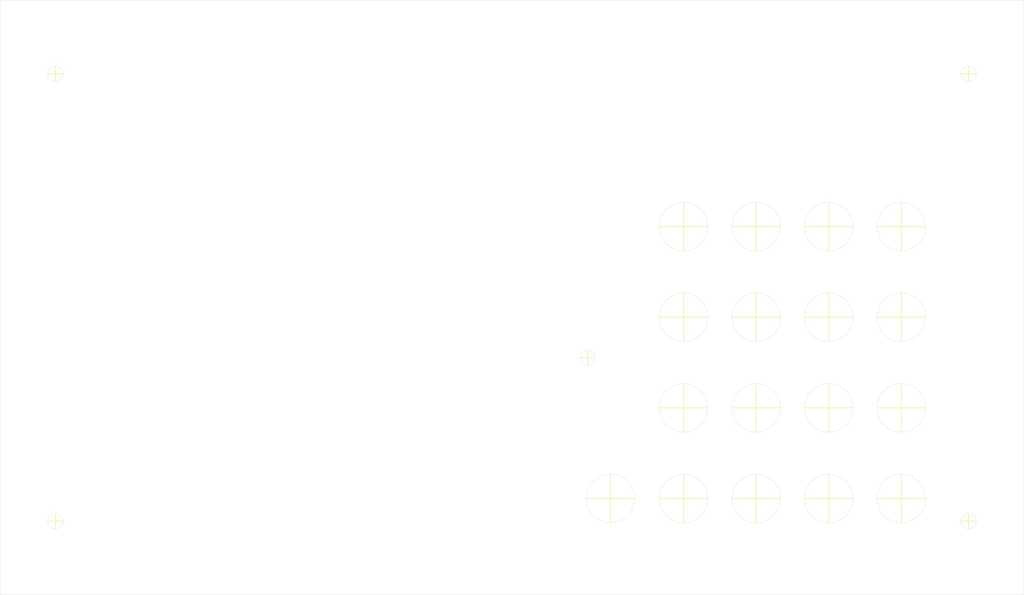
<source format=kicad_pcb>
(kicad_pcb (version 20171130) (host pcbnew "(6.0.0-rc1-dev-1497-g419718b59)")

  (general
    (thickness 1.6)
    (drawings 70)
    (tracks 0)
    (zones 0)
    (modules 0)
    (nets 1)
  )

  (page A4)
  (layers
    (0 F.Cu signal)
    (31 B.Cu signal)
    (32 B.Adhes user hide)
    (33 F.Adhes user hide)
    (34 B.Paste user hide)
    (35 F.Paste user hide)
    (36 B.SilkS user)
    (37 F.SilkS user)
    (38 B.Mask user)
    (39 F.Mask user)
    (40 Dwgs.User user hide)
    (41 Cmts.User user hide)
    (42 Eco1.User user hide)
    (43 Eco2.User user hide)
    (44 Edge.Cuts user)
    (45 Margin user hide)
    (46 B.CrtYd user)
    (47 F.CrtYd user)
    (48 B.Fab user)
    (49 F.Fab user)
  )

  (setup
    (last_trace_width 0.4)
    (user_trace_width 0.5)
    (user_trace_width 1)
    (trace_clearance 0.2)
    (zone_clearance 0.508)
    (zone_45_only no)
    (trace_min 0.2)
    (via_size 0.8)
    (via_drill 0.4)
    (via_min_size 0.4)
    (via_min_drill 0.3)
    (user_via 1 0.6)
    (user_via 1.4 0.8)
    (uvia_size 0.3)
    (uvia_drill 0.1)
    (uvias_allowed no)
    (uvia_min_size 0.2)
    (uvia_min_drill 0.1)
    (edge_width 0.05)
    (segment_width 0.2)
    (pcb_text_width 0.3)
    (pcb_text_size 1.5 1.5)
    (mod_edge_width 0.12)
    (mod_text_size 1 1)
    (mod_text_width 0.15)
    (pad_size 1.524 1.524)
    (pad_drill 0.762)
    (pad_to_mask_clearance 0.051)
    (solder_mask_min_width 0.25)
    (aux_axis_origin 0 0)
    (visible_elements 7FFFFFFF)
    (pcbplotparams
      (layerselection 0x010f0_ffffffff)
      (usegerberextensions false)
      (usegerberattributes false)
      (usegerberadvancedattributes false)
      (creategerberjobfile false)
      (excludeedgelayer true)
      (linewidth 0.100000)
      (plotframeref false)
      (viasonmask false)
      (mode 1)
      (useauxorigin false)
      (hpglpennumber 1)
      (hpglpenspeed 20)
      (hpglpendiameter 15.000000)
      (psnegative false)
      (psa4output false)
      (plotreference true)
      (plotvalue true)
      (plotinvisibletext false)
      (padsonsilk false)
      (subtractmaskfromsilk false)
      (outputformat 1)
      (mirror false)
      (drillshape 0)
      (scaleselection 1)
      (outputdirectory "gerber/"))
  )

  (net 0 "")

  (net_class Default "Dies ist die voreingestellte Netzklasse."
    (clearance 0.2)
    (trace_width 0.4)
    (via_dia 0.8)
    (via_drill 0.4)
    (uvia_dia 0.3)
    (uvia_drill 0.1)
  )

  (gr_line (start 36.645 34.02) (end 251.645 34.02) (layer Edge.Cuts) (width 0.05))
  (gr_line (start 251.645 34.02) (end 251.645 159.02) (layer Edge.Cuts) (width 0.05))
  (gr_line (start 251.645 159.02) (end 36.645 159.02) (layer Edge.Cuts) (width 0.05))
  (gr_line (start 36.645 159.02) (end 36.645 34.02) (layer Edge.Cuts) (width 0.05))
  (gr_circle (center 225.893 138.771) (end 230.993 138.771) (layer Edge.Cuts) (width 0.05))
  (gr_line (start 220.793 138.771) (end 230.993 138.771) (layer F.SilkS) (width 0.15))
  (gr_line (start 225.893 133.671) (end 225.893 143.871) (layer F.SilkS) (width 0.15))
  (gr_circle (center 210.653 138.771) (end 215.753 138.771) (layer Edge.Cuts) (width 0.05))
  (gr_line (start 205.553 138.771) (end 215.753 138.771) (layer F.SilkS) (width 0.15))
  (gr_line (start 210.653 133.671) (end 210.653 143.871) (layer F.SilkS) (width 0.15))
  (gr_circle (center 195.413 138.771) (end 200.513 138.771) (layer Edge.Cuts) (width 0.05))
  (gr_line (start 190.313 138.771) (end 200.513 138.771) (layer F.SilkS) (width 0.15))
  (gr_line (start 195.413 133.671) (end 195.413 143.871) (layer F.SilkS) (width 0.15))
  (gr_circle (center 180.173 138.771) (end 185.273 138.771) (layer Edge.Cuts) (width 0.05))
  (gr_line (start 175.073 138.771) (end 185.273 138.771) (layer F.SilkS) (width 0.15))
  (gr_line (start 180.173 133.671) (end 180.173 143.871) (layer F.SilkS) (width 0.15))
  (gr_circle (center 164.806 138.771) (end 169.906 138.771) (layer Edge.Cuts) (width 0.05))
  (gr_line (start 159.706 138.771) (end 169.906 138.771) (layer F.SilkS) (width 0.15))
  (gr_line (start 164.806 133.671) (end 164.806 143.871) (layer F.SilkS) (width 0.15))
  (gr_circle (center 225.893 119.721) (end 230.993 119.721) (layer Edge.Cuts) (width 0.05))
  (gr_line (start 220.793 119.721) (end 230.993 119.721) (layer F.SilkS) (width 0.15))
  (gr_line (start 225.893 114.621) (end 225.893 124.821) (layer F.SilkS) (width 0.15))
  (gr_circle (center 210.653 119.721) (end 215.753 119.721) (layer Edge.Cuts) (width 0.05))
  (gr_line (start 205.553 119.721) (end 215.753 119.721) (layer F.SilkS) (width 0.15))
  (gr_line (start 210.653 114.621) (end 210.653 124.821) (layer F.SilkS) (width 0.15))
  (gr_circle (center 195.413 119.721) (end 200.513 119.721) (layer Edge.Cuts) (width 0.05))
  (gr_line (start 190.313 119.721) (end 200.513 119.721) (layer F.SilkS) (width 0.15))
  (gr_line (start 195.413 114.621) (end 195.413 124.821) (layer F.SilkS) (width 0.15))
  (gr_circle (center 180.173 119.721) (end 185.273 119.721) (layer Edge.Cuts) (width 0.05))
  (gr_line (start 175.073 119.721) (end 185.273 119.721) (layer F.SilkS) (width 0.15))
  (gr_line (start 180.173 114.621) (end 180.173 124.821) (layer F.SilkS) (width 0.15))
  (gr_circle (center 225.893 100.671) (end 230.993 100.671) (layer Edge.Cuts) (width 0.05))
  (gr_line (start 220.793 100.671) (end 230.993 100.671) (layer F.SilkS) (width 0.15))
  (gr_line (start 225.893 95.571) (end 225.893 105.771) (layer F.SilkS) (width 0.15))
  (gr_circle (center 210.653 100.671) (end 215.753 100.671) (layer Edge.Cuts) (width 0.05))
  (gr_line (start 205.553 100.671) (end 215.753 100.671) (layer F.SilkS) (width 0.15))
  (gr_line (start 210.653 95.571) (end 210.653 105.771) (layer F.SilkS) (width 0.15))
  (gr_circle (center 195.413 100.671) (end 200.513 100.671) (layer Edge.Cuts) (width 0.05))
  (gr_line (start 190.313 100.671) (end 200.513 100.671) (layer F.SilkS) (width 0.15))
  (gr_line (start 195.413 95.571) (end 195.413 105.771) (layer F.SilkS) (width 0.15))
  (gr_circle (center 180.173 100.671) (end 185.273 100.671) (layer Edge.Cuts) (width 0.05))
  (gr_line (start 175.073 100.671) (end 185.273 100.671) (layer F.SilkS) (width 0.15))
  (gr_line (start 180.173 95.571) (end 180.173 105.771) (layer F.SilkS) (width 0.15))
  (gr_circle (center 225.893 81.621) (end 230.993 81.621) (layer Edge.Cuts) (width 0.05))
  (gr_line (start 220.793 81.621) (end 230.993 81.621) (layer F.SilkS) (width 0.15))
  (gr_line (start 225.893 76.521) (end 225.893 86.721) (layer F.SilkS) (width 0.15))
  (gr_circle (center 210.653 81.621) (end 215.753 81.621) (layer Edge.Cuts) (width 0.05))
  (gr_line (start 205.553 81.621) (end 215.753 81.621) (layer F.SilkS) (width 0.15))
  (gr_line (start 210.653 76.521) (end 210.653 86.721) (layer F.SilkS) (width 0.15))
  (gr_circle (center 195.413 81.621) (end 200.513 81.621) (layer Edge.Cuts) (width 0.05))
  (gr_line (start 190.313 81.621) (end 200.513 81.621) (layer F.SilkS) (width 0.15))
  (gr_line (start 195.413 76.521) (end 195.413 86.721) (layer F.SilkS) (width 0.15))
  (gr_circle (center 180.173 81.621) (end 185.273 81.621) (layer Edge.Cuts) (width 0.05))
  (gr_line (start 175.073 81.621) (end 185.273 81.621) (layer F.SilkS) (width 0.15))
  (gr_line (start 180.173 76.521) (end 180.173 86.721) (layer F.SilkS) (width 0.15))
  (gr_circle (center 160.02 109.22) (end 161.62 109.22) (layer Edge.Cuts) (width 0.05))
  (gr_line (start 158.42 109.22) (end 161.62 109.22) (layer F.SilkS) (width 0.15))
  (gr_line (start 160.02 107.62) (end 160.02 110.82) (layer F.SilkS) (width 0.15))
  (gr_circle (center 48.26 143.51) (end 49.86 143.51) (layer Edge.Cuts) (width 0.05))
  (gr_line (start 46.66 143.51) (end 49.86 143.51) (layer F.SilkS) (width 0.15))
  (gr_line (start 48.26 141.91) (end 48.26 145.11) (layer F.SilkS) (width 0.15))
  (gr_circle (center 240.03 143.51) (end 241.63 143.51) (layer Edge.Cuts) (width 0.05))
  (gr_line (start 238.43 143.51) (end 241.63 143.51) (layer F.SilkS) (width 0.15))
  (gr_line (start 240.03 141.91) (end 240.03 145.11) (layer F.SilkS) (width 0.15))
  (gr_circle (center 240.03 49.53) (end 241.63 49.53) (layer Edge.Cuts) (width 0.05))
  (gr_line (start 238.43 49.53) (end 241.63 49.53) (layer F.SilkS) (width 0.15))
  (gr_line (start 240.03 47.93) (end 240.03 51.13) (layer F.SilkS) (width 0.15))
  (gr_circle (center 48.26 49.53) (end 49.86 49.53) (layer Edge.Cuts) (width 0.05))
  (gr_line (start 46.66 49.53) (end 49.86 49.53) (layer F.SilkS) (width 0.15))
  (gr_line (start 48.26 47.93) (end 48.26 51.13) (layer F.SilkS) (width 0.15))

)

</source>
